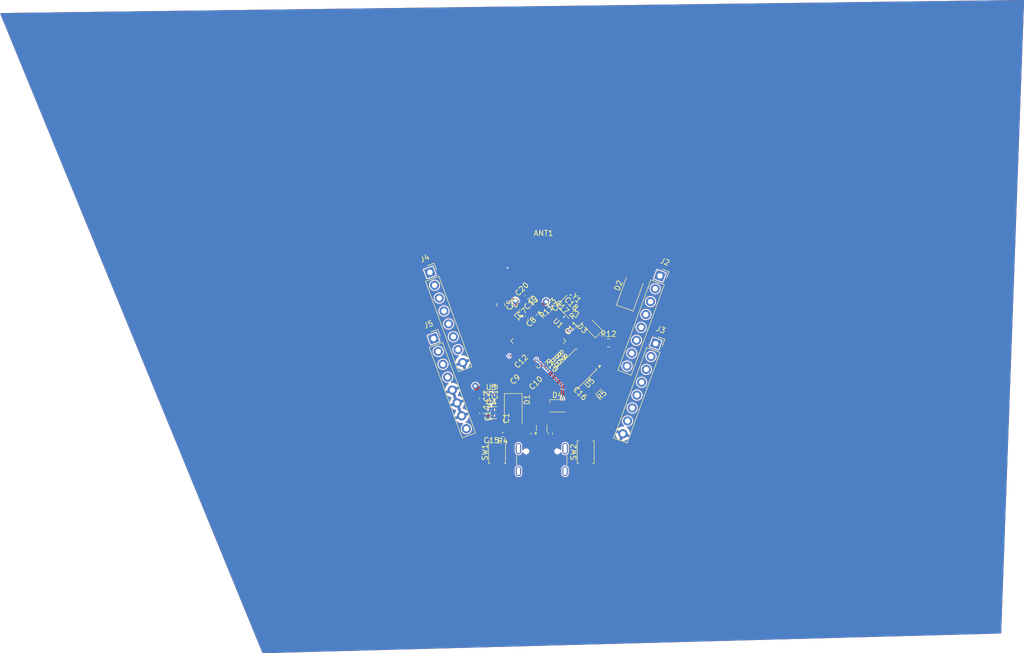
<source format=kicad_pcb>
(kicad_pcb (version 20240108) (generator "pcbnew") (generator_version "8.0")
  (layers (0 "F.Cu" signal) (1 "In1.Cu" signal) (2 "In2.Cu" signal) (31 "B.Cu" signal) (34 "B.Paste" user) (35 "F.Paste" user) (36 "B.SilkS" user "B.Silkscreen") (37 "F.SilkS" user "F.Silkscreen") (38 "B.Mask" user) (39 "F.Mask" user) (44 "Edge.Cuts" user))
  (net 0 "")
  (net 1 "Net-(ANT1-Pad1)")
  (net 2 "GND")
  (net 3 "/VIN")
  (net 4 "+3.3V")
  (net 5 "/VDD3P3")
  (net 6 "/VDD_SPI")
  (net 7 "/E3.3V")
  (net 8 "/RESET")
  (net 9 "Net-(C17-Pad1)")
  (net 10 "/XTAL_N")
  (net 11 "/LNA_IN")
  (net 12 "VBUS")
  (net 13 "Net-(D2-A)")
  (net 14 "Net-(D3-A)")
  (net 16 "/21")
  (net 17 "/D_N")
  (net 19 "/D_P")
  (net 20 "Net-(J1-CC1)")
  (net 25 "Net-(J1-CC2)")
  (net 27 "/3")
  (net 28 "/8")
  (net 29 "/6")
  (net 30 "/2")
  (net 31 "/4")
  (net 32 "/7")
  (net 33 "/1")
  (net 34 "/5")
  (net 35 "/11")
  (net 36 "/13")
  (net 37 "/12")
  (net 38 "/14")
  (net 39 "/15")
  (net 40 "/10")
  (net 41 "/9")
  (net 42 "/38")
  (net 43 "/18")
  (net 44 "/16")
  (net 45 "/48")
  (net 46 "/17")
  (net 47 "/47")
  (net 48 "/RX")
  (net 49 "/TX")
  (net 50 "/SPICS0")
  (net 51 "/SPICLK")
  (net 52 "Net-(U1-SPICLK)")
  (net 53 "Net-(U1-SPIQ)")
  (net 54 "/SPIQ")
  (net 55 "Net-(U1-SPID)")
  (net 56 "/SPID")
  (net 57 "Net-(U1-SPIWP)")
  (net 58 "/SPIWP")
  (net 59 "Net-(U1-SPIHD)")
  (net 60 "/SPIHD")
  (net 61 "/XTAL_P")
  (net 62 "Net-(U1-U0TXD)")
  (net 63 "/BOOT")
  (net 68 "/D-")
  (net 75 "/D+")
  (footprint "Capacitor_SMD:C_0201_0603Metric" (layer "F.Cu") (at 147.106048 99.518952 -135)
    (property "Reference" "C9")
    (property "Value" "1uF")
  )
  (footprint "Connector_PinSocket_2.54mm:PinSocket_1x08_P2.54mm_Vertical" (layer "F.Cu") (at 127.162613 93.329084 20)
    (property "Reference" "J5")
    (property "Value" "Conn_01x08")
  )
  (footprint "Connector_PinSocket_2.54mm:PinSocket_1x08_P2.54mm_Vertical" (layer "F.Cu") (at 126.481344 81.065904 20)
    (property "Reference" "J4")
    (property "Value" "Conn_01x08")
  )
  (footprint "Capacitor_SMD:C_0201_0603Metric" (layer "F.Cu") (at 139.6 108.095 -90)
    (property "Reference" "C1")
    (property "Value" "1uF")
  )
  (footprint "Capacitor_SMD:C_0402_1005Metric" (layer "F.Cu") (at 144.414411 89.435589 -135)
    (property "Reference" "C8")
    (property "Value" "0.1uF")
  )
  (footprint "Resistor_SMD:R_0402_1005Metric" (layer "F.Cu") (at 148.825 110.95 90)
    (property "Reference" "R2")
    (property "Value" "5.1k")
  )
  (footprint "Diode_SMD:D_SMA" (layer "F.Cu") (at 141.925 107.025001 -90)
    (property "Reference" "D1")
    (property "Value" "SS34")
  )
  (footprint "Capacitor_SMD:C_0201_0603Metric" (layer "F.Cu") (at 139.575 103.255 90)
    (property "Reference" "C13")
    (property "Value" "1uF")
  )
  (footprint "Inductor_SMD:L_0201_0603Metric" (layer "F.Cu") (at 143.95 88.25 -45)
    (property "Reference" "L1")
    (property "Value" "2nH")
  )
  (footprint "Resistor_SMD:R_0402_1005Metric" (layer "F.Cu") (at 139.975 111.15 180)
    (property "Reference" "R4")
    (property "Value" "10k")
  )
  (footprint "Button_Switch_SMD:SW_Push_SPST_NO_Alps_SKRK" (layer "F.Cu") (at 155.35 114.375 90)
    (property "Reference" "SW2")
    (property "Value" "SW_Push")
  )
  (footprint "Package_TO_SOT_SMD:SOT-666" (layer "F.Cu") (at 147.2 110 90)
    (property "Reference" "U2")
    (property "Value" "USBLC6-2P6")
  )
  (footprint "Capacitor_SMD:C_0402_1005Metric" (layer "F.Cu") (at 136.025 104.425 -90)
    (property "Reference" "C2")
    (property "Value" "2.2uF")
  )
  (footprint "Connector_PinSocket_2.54mm:PinSocket_1x08_P2.54mm_Vertical" (layer "F.Cu") (at 169.093656 81.715904 -20)
    (property "Reference" "J2")
    (property "Value" "Conn_01x08")
  )
  (footprint "Diode_SMD:D_SMA" (layer "F.Cu") (at 163.784041 84.370614 70)
    (property "Reference" "D2")
    (property "Value" "SS34")
  )
  (footprint "Capacitor_SMD:C_0201_0603Metric" (layer "F.Cu") (at 151.018952 91.256048 45)
    (property "Reference" "C11")
    (property "Value" "0.1uF")
  )
  (footprint "Capacitor_SMD:C_0805_2012Metric" (layer "F.Cu") (at 139.625 87.075 -90)
    (property "Reference" "C5")
    (property "Value" "10uF")
  )
  (footprint "Package_SON:WSON-6-1EP_2x2mm_P0.65mm_EP1x1.6mm_ThermalVias" (layer "F.Cu") (at 137.8625 104.3)
    (property "Reference" "U3")
    (property "Value" "TLV76733DRVx")
  )
  (footprint "Package_SO:SOIC-8_5.23x5.23mm_P1.27mm" (layer "F.Cu") (at 153.55 99.05 -135)
    (property "Reference" "U5")
    (property "Value" "W25Q128JVS")
  )
  (footprint "Capacitor_SMD:C_0201_0603Metric" (layer "F.Cu") (at 145.918952 87.481048 45)
    (property "Reference" "C19")
    (property "Value" "3pF")
  )
  (footprint "LED_SMD:LED_WS2812B-2020_PLCC4_2.0x2.0mm" (layer "F.Cu") (at 150.125 105.8)
    (property "Reference" "D4")
    (property "Value" "WS2812B")
  )
  (footprint "Capacitor_SMD:C_0402_1005Metric" (layer "F.Cu") (at 144.375 85.65 45)
    (property "Reference" "C20")
    (property "Value" "2.7pF")
  )
  (footprint "Crystal:Crystal_SMD_2520-4Pin_2.5x2.0mm" (layer "F.Cu") (at 152.088693 87.448744 -45)
    (property "Reference" "Y1")
    (property "Value" "Crystal_GND24_Small")
  )
  (footprint "Capacitor_SMD:C_0402_1005Metric" (layer "F.Cu") (at 142.775 87.775 -135)
    (property "Reference" "C7")
    (property "Value" "0.1uF")
  )
  (footprint "Button_Switch_SMD:SW_Push_SPST_NO_Alps_SKRK" (layer "F.Cu") (at 138.925 114.4 90)
    (property "Reference" "SW1")
    (property "Value" "SW_Push")
  )
  (footprint "Resistor_SMD:R_1210_3225Metric" (layer "F.Cu") (at 156.725 102.225 -135)
    (property "Reference" "R5")
    (property "Value" "100k")
  )
  (footprint "Capacitor_SMD:C_0201_0603Metric" (layer "F.Cu") (at 148.326274 88.573726 45)
    (property "Reference" "C4")
    (property "Value" "10nF")
  )
  (footprint "Package_DFN_QFN:QFN-56-1EP_7x7mm_P0.4mm_EP4x4mm" (layer "F.Cu") (at 146.559548 93.759548 -45)
    (property "Reference" "U1")
    (property "Value" "ESP32-S3")
  )
  (footprint "Resistor_SMD:R_01005_0402Metric" (layer "F.Cu") (at 149.475 97.925 -45)
    (property "Reference" "R6")
    (property "Value" "0")
  )
  (footprint "RF_Antenna:Texas_SWRA117D_2.4GHz_Right" (layer "F.Cu") (at 142.975 80.225)
    (property "Reference" "ANT1")
    (property "Value" "~")
  )
  (footprint "Capacitor_SMD:C_0402_1005Metric" (layer "F.Cu") (at 141.075 86.599999 -90)
    (property "Reference" "C6")
    (property "Value" "1uF")
  )
  (footprint "Resistor_SMD:R_01005_0402Metric" (layer "F.Cu") (at 149.9 97.5 -45)
    (property "Reference" "R7")
    (property "Value" "0")
  )
  (footprint "Resistor_SMD:R_0402_1005Metric" (layer "F.Cu") (at 145.575 110.975 -90)
    (property "Reference" "R1")
    (property "Value" "5.1k")
  )
  (footprint "Capacitor_SMD:C_0201_0603Metric" (layer "F.Cu") (at 150.25 88.25 -45)
    (property "Reference" "C17")
    (property "Value" "20pF")
  )
  (footprint "Capacitor_SMD:C_0201_0603Metric" (layer "F.Cu") (at 147.743952 88.006048 45)
    (property "Reference" "C3")
    (property "Value" "1uF")
  )
  (footprint "Package_SON:WSON-6-1EP_2x2mm_P0.65mm_EP1x1.6mm_ThermalVias" (layer "F.Cu") (at 137.8625 107.075)
    (property "Reference" "U4")
    (property "Value" "TLV76733DRVx")
  )
  (footprint "Capacitor_SMD:C_0201_0603Metric" (layer "F.Cu") (at 137.875 111.15 180)
    (property "Reference" "C15")
    (property "Value" "1uF")
  )
  (footprint "Capacitor_SMD:C_0201_0603Metric" (layer "F.Cu") (at 147.631048 100.043952 -135)
    (property "Reference" "C10")
    (property "Value" "0.1uF")
  )
  (footprint "Capacitor_SMD:C_0201_0603Metric" (layer "F.Cu") (at 153.575 104.25 -45)
    (property "Reference" "C16")
    (property "Value" "0.1uF")
  )
  (footprint "Resistor_SMD:R_01005_0402Metric" (layer "F.Cu") (at 148.219454 99.125 -45)
    (property "Reference" "R10")
    (property "Value" "0")
  )
  (footprint "Resistor_SMD:R_01005_0402Metric" (layer "F.Cu") (at 148.648223 98.698223 -45)
    (property "Reference" "R9")
    (property "Value" "0")
  )
  (footprint "Resistor_SMD:R_0201_0603Metric" (layer "F.Cu") (at 148.818952 89.081048 45)
    (property "Reference" "R11")
    (property "Value" "22")
  )
  (footprint "Connector_PinSocket_2.54mm:PinSocket_1x08_P2.54mm_Vertical" (layer "F.Cu") (at 168.318655 94.265904 -20)
    (property "Reference" "J3")
    (property "Value" "Conn_01x08")
  )
  (footprint "Inductor_SMD:L_0201_0603Metric" (layer "F.Cu") (at 144.856048 86.931048 -45)
    (property "Reference" "L2")
    (property "Value" "2.4nH")
  )
  (footprint "Capacitor_SMD:C_0201_0603Metric" (layer "F.Cu") (at 153.425 86.125 135)
    (property "Reference" "C18")
    (property "Value" "20pF")
  )
  (footprint "Resistor_SMD:R_0805_2012Metric" (layer "F.Cu") (at 154.15 89.9 45)
    (property "Reference" "R3")
    (property "Value" "220")
  )
  (footprint "Resistor_SMD:R_01005_0402Metric" (layer "F.Cu") (at 150.325 97.075 -45)
    (property "Reference" "R8")
    (property "Value" "0")
  )
  (footprint "Capacitor_SMD:C_0402_1005Metric" (layer "F.Cu") (at 136.05 107.2 -90)
    (property "Reference" "C14")
    (property "Value" "2.2uF")
  )
  (footprint "Resistor_SMD:R_0805_2012Metric" (layer "F.Cu") (at 159.575 94.125)
    (property "Reference" "R12")
    (property "Value" "499")
  )
  (footprint "Capacitor_SMD:C_0201_0603Metric" (layer "F.Cu") (at 142.65 96.825 -135)
    (property "Reference" "C12")
    (property "Value" "0.1uF")
  )
  (footprint "Connector_USB:USB_C_Receptacle_GCT_USB4105-xx-A_16P_TopMnt_Horizontal" (layer "F.Cu") (at 147.21 116.83)
    (property "Reference" "J1")
    (property "Value" "USB_C_Receptacle_USB2.0_16P")
  )
  (footprint "LED_SMD:LED_0805_2012Metric" (layer "F.Cu") (at 156.625 91.325 135)
    (property "Reference" "D3")
    (property "Value" "LED")
  )
  (segment (start 151.325 89.325) (end 150.476274 88.476274) (width 0.2) (layer "F.Cu") (net 2))
  (segment (start 153.198726 85.898726) (end 152.55 85.25) (width 0.2) (layer "F.Cu") (net 2))
  (segment (start 151.964949 86.335051) (end 152.762401 86.335051) (width 0.2) (layer "F.Cu") (net 2))
  (segment (start 137.230392 107.725) (end 137.8625 107.092892) (width 0.4064) (layer "F.Cu") (net 2))
  (segment (start 149 110.48) (end 148.793 110.273) (width 0.254) (layer "F.Cu") (net 2))
  (segment (start 148.793 110.273) (end 147.420872 110.273) (width 0.254) (layer "F.Cu") (net 2))
  (segment (start 152.212437 88.562437) (end 150.562437 88.562437) (width 0.2) (layer "F.Cu") (net 2))
  (segment (start 137.8625 107.092892) (end 137.8625 107.075) (width 0.4064) (layer "F.Cu") (net 2))
  (segment (start 145.4 110.505) (end 145.632 110.273) (width 0.254) (layer "F.Cu") (net 2))
  (segment (start 147.2 110.525) (end 147.2 110.925) (width 0.254) (layer "F.Cu") (net 2))
  (segment (start 144.075 89.75) (end 143.575 89.25) (width 0.2) (layer "F.Cu") (net 2))
  (segment (start 147.420872 110.273) (end 147.2 110.493872) (width 0.254) (layer "F.Cu") (net 2))
  (segment (start 138.75 104.3) (end 137.8625 104.3) (width 0.4064) (layer "F.Cu") (net 2))
  (segment (start 146.948 110.273) (end 147.2 110.525) (width 0.254) (layer "F.Cu") (net 2))
  (segment (start 136.975 107.725) (end 137.230392 107.725) (width 0.4064) (layer "F.Cu") (net 2))
  (segment (start 150.562437 88.562437) (end 150.476274 88.476274) (width 0.2) (layer "F.Cu") (net 2))
  (segment (start 136.975 104.95) (end 137.230392 104.95) (width 0.4064) (layer "F.Cu") (net 2))
  (segment (start 138.75 107.075) (end 137.8625 107.075) (width 0.4064) (layer "F.Cu") (net 2))
  (segment (start 147.2 110.493872) (end 147.2 110.925) (width 0.254) (layer "F.Cu") (net 2))
  (segment (start 137.230392 104.95) (end 137.8625 104.317892) (width 0.4064) (layer "F.Cu") (net 2))
  (segment (start 145.632 110.273) (end 146.948 110.273) (width 0.254) (layer "F.Cu") (net 2))
  (segment (start 152.762401 86.335051) (end 153.198726 85.898726) (width 0.2) (layer "F.Cu") (net 2))
  (segment (start 137.8625 104.317892) (end 137.8625 104.3) (width 0.4064) (layer "F.Cu") (net 2))
  (via (at 151.325 89.325) (size 0.6) (drill 0.3) (layers "F.Cu" "B.Cu") (net 2))
  (via (at 152.55 85.25) (size 0.6) (drill 0.3) (layers "F.Cu" "B.Cu") (net 2))
  (via (at 143.575 89.25) (size 0.6) (drill 0.3) (layers "F.Cu" "B.Cu") (net 2))
  (segment (start 141.23832 96.48668) (end 142.764228 96.48668) (width 0.2) (layer "F.Cu") (net 4))
  (segment (start 143.638907 87.960085) (end 143.660085 87.960085) (width 0.6) (layer "F.Cu") (net 4))
  (segment (start 149.989016 92.309979) (end 150.792678 91.506317) (width 0.2) (layer "F.Cu") (net 4))
  (segment (start 152.2 91.85) (end 153.504765 90.545235) (width 0.2) (layer "F.Cu") (net 4))
  (segment (start 141.069998 86.125001) (end 141.075 86.119999) (width 0.6) (layer "F.Cu") (net 4))
  (segment (start 147.810584 89.089651) (end 147.175117 89.725118) (width 0.635) (layer "F.Cu") (net 4))
  (segment (start 136.025 103.945) (end 136.84 103.945) (width 0.635) (layer "F.Cu") (net 4))
  (segment (start 136.84 103.945) (end 136.845 103.95) (width 0.635) (layer "F.Cu") (net 4))
  (segment (start 142.876274 96.598726) (end 142.876274 96.594294) (width 0.2) (layer "F.Cu") (net 4))
  (segment (start 147.810584 89.074716) (end 147.810584 89.089651) (width 0.635) (layer "F.Cu") (net 4))
  (segment (start 142.325 86.325) (end 142.325 86.646178) (width 0.635) (layer "F.Cu") (net 4))
  (segment (start 142.764228 96.48668) (end 142.876274 96.598726) (width 0.2) (layer "F.Cu") (net 4))
  (segment (start 150.792678 91.482322) (end 151.160356 91.85) (width 0.2) (layer "F.Cu") (net 4))
  (segment (start 150.792678 91.506317) (end 150.792678 91.482322) (width 0.2) (layer "F.Cu") (net 4))
  (segment (start 139.625 86.125001) (end 141.069998 86.125001) (width 0.6) (layer "F.Cu") (net 4))
  (segment (start 142.325 86.325) (end 142.119999 86.119999) (width 0.635) (layer "F.Cu") (net 4))
  (segment (start 147.188132 87.286868) (end 147.188132 88.054806) (width 0.635) (layer "F.Cu") (net 4))
  (segment (start 147.933326 88.951974) (end 147.810584 89.074716) (width 0.635) (layer "F.Cu") (net 4))
  (segment (start 136.975 103.65) (end 136.975 104.3) (width 0.3556) (layer "F.Cu") (net 4))
  (segment (start 142.325 86.646178) (end 143.114411 87.435589) (width 0.635) (layer "F.Cu") (net 4))
  (segment (start 142.119999 86.119999) (end 141.075 86.119999) (width 0.635) (layer "F.Cu") (net 4))
  (segment (start 147.188132 88.054806) (end 147.933326 88.8) (width 0.635) (layer "F.Cu") (net 4))
  (segment (start 151.160356 91.85) (end 152.2 91.85) (width 0.2) (layer "F.Cu") (net 4))
  (segment (start 147.933326 88.8) (end 147.933326 88.951974) (width 0.635) (layer "F.Cu") (net 4))
  (segment (start 148 86.475) (end 147.188132 87.286868) (width 0.635) (layer "F.Cu") (net 4))
  (segment (start 142.876274 96.594294) (end 143.695766 95.774802) (width 0.2) (layer "F.Cu") (net 4))
  (segment (start 147.517678 88.232322) (end 147.532322 88.232322) (width 0.254) (layer "F.Cu") (net 4))
  (segment (start 141.175 96.55) (end 141.23832 96.48668) (width 0.2) (layer "F.Cu") (net 4))
  (segment (start 143.114411 87.435589) (end 143.638907 87.960085) (width 0.6) (layer "F.Cu") (net 4))
  (via (at 134.9 102.125) (size 1.2) (drill 0.6) (layers "F.Cu" "B.Cu") (net 4))
  (via (at 148 86.475) (size 1.2) (drill 0.6) (layers "F.Cu" "B.Cu") (net 4))
  (via (at 142.325 86.325) (size 1.2) (drill 0.6) (layers "F.Cu" "B.Cu") (net 4))
  (via (at 141.175 96.55) (size 0.6) (drill 0.3) (layers "F.Cu" "B.Cu") (net 4))
  (via (at 152.2 91.85) (size 0.6) (drill 0.3) (layers "F.Cu" "B.Cu") (net 4))
  (segment (start 144.239915 88.582271) (end 144.239915 88.539915) (width 0.6) (layer "F.Cu") (net 5))
  (segment (start 144.753822 89.096178) (end 144.753822 89.125395) (width 0.6) (layer "F.Cu") (net 5))
  (segment (start 144.753822 89.125395) (end 145.714214 90.085787) (width 0.6) (layer "F.Cu") (net 5))
  (segment (start 144.753822 89.096178) (end 144.239915 88.582271) (width 0.6) (layer "F.Cu") (net 5))
  (segment (start 147.332322 99.292678) (end 147.123536 99.083892) (width 0.3048) (layer "F.Cu") (net 6))
  (segment (start 147.332322 99.292678) (end 147.857322 99.817678) (width 0.3048) (layer "F.Cu") (net 6))
  (segment (start 147.123536 99.083892) (end 147.123536 98.074596) (width 0.3048) (layer "F.Cu") (net 6))
  (segment (start 136.05 106.72) (end 136.84 106.72) (width 0.635) (layer "F.Cu") (net 7))
  (segment (start 136.975 106.425) (end 136.975 107.075) (width 0.3556) (layer "F.Cu") (net 7))
  (segment (start 136.84 106.72) (end 136.845 106.725) (width 0.635) (layer "F.Cu") (net 7))
  (segment (start 149.873726 88.173726) (end 150.722452 87.325) (width 0.2) (layer "F.Cu") (net 9))
  (segment (start 149.045226 88.854774) (end 149.192678 88.854774) (width 0.2) (layer "F.Cu") (net 9))
  (segment (start 150.722452 87.325) (end 150.975 87.325) (width 0.2) (layer "F.Cu") (net 9))
  (segment (start 149.192678 88.854774) (end 149.873726 88.173726) (width 0.2) (layer "F.Cu") (net 9))
  (segment (start 153.202386 87.572488) (end 153.202386 86.800162) (width 0.2) (layer "F.Cu") (net 10))
  (segment (start 153.608973 88.441027) (end 152.070899 89.979101) (width 0.2) (layer "F.Cu") (net 10))
  (segment (start 148.360096 89.979101) (end 148.009117 90.33008) (width 0.2) (layer "F.Cu") (net 10))
  (segment (start 152.070899 89.979101) (end 148.360096 89.979101) (width 0.2) (layer "F.Cu") (net 10))
  (segment (start 153.608973 87.979075) (end 153.608973 88.441027) (width 0.2) (layer "F.Cu") (net 10))
  (segment (start 153.202386 86.800162) (end 153.651274 86.351274) (width 0.2) (layer "F.Cu") (net 10))
  (segment (start 153.202386 87.572488) (end 153.608973 87.979075) (width 0.2) (layer "F.Cu") (net 10))
  (segment (start 148.826222 114.506) (end 145.670408 114.506) (width 0.254) (layer "F.Cu") (net 12))
  (segment (start 145.670408 114.506) (end 144.81 113.645592) (width 0.254) (layer "F.Cu") (net 12))
  (segment (start 142.649999 109.75) (end 141.925 109.025001) (width 0.254) (layer "F.Cu") (net 12))
  (segment (start 147.2 109.55) (end 147 109.75) (width 0.254) (layer "F.Cu") (net 12))
  (segment (start 147.2 109.075) (end 147.2 109.55) (width 0.254) (layer "F.Cu") (net 12))
  (segment (start 144.81 113.15) (end 144.81 111.910002) (width 0.5588) (layer "F.Cu") (net 12))
  (segment (start 147 109.75) (end 142.649999 109.75) (width 0.254) (layer "F.Cu") (net 12))
  (segment (start 149.61 113.722222) (end 148.826222 114.506) (width 0.254) (layer "F.Cu") (net 12))
  (segment (start 144.81 113.645592) (end 144.81 113.15) (width 0.254) (layer "F.Cu") (net 12))
  (segment (start 142.200001 109.025001) (end 141.925 109.025001) (width 0.5588) (layer "F.Cu") (net 12))
  (segment (start 149.61 113.15) (end 149.61 113.722222) (width 0.254) (layer "F.Cu") (net 12))
  (segment (start 144.81 111.910002) (end 141.925 109.025002) (width 0.5588) (layer "F.Cu") (net 12))
  (segment (start 142.300001 109.025001) (end 141.925 109.025001) (width 0.5588) (layer "F.Cu") (net 12))
  (segment (start 154.795235 89.254765) (end 154.795235 89.495235) (width 0.3556) (layer "F.Cu") (net 14))
  (segment (start 154.795235 89.495235) (end 155.962087 90.662087) (width 0.3556) (layer "F.Cu") (net 14))
  (segment (start 145.675665 97.754701) (end 146.223363 97.207003) (width 0.2) (layer "F.Cu") (net 16))
  (segment (start 151.05 104.4) (end 151.05 105.24) (width 0.2) (layer "F.Cu") (net 16))
  (segment (start 146.223363 97.207003) (end 146.227836 97.207003) (width 0.2) (layer "F.Cu") (net 16))
  (segment (start 151.05 105.24) (end 151.04 105.25) (width 0.2) (layer "F.Cu") (net 16))
  (via (at 146.227836 97.207003) (size 0.6) (drill 0.3) (layers "F.Cu" "B.Cu") (net 16))
  (via (at 151.05 104.4) (size 0.6) (drill 0.3) (layers "F.Cu" "B.Cu") (net 16))
  (segment (start 151.05 102.029167) (end 151.05 104.4) (width 0.2) (layer "B.Cu") (net 16))
  (segment (start 146.227836 97.207003) (end 151.05 102.029167) (width 0.2) (layer "B.Cu") (net 16))
  (segment (start 146.46 113.15) (end 146.46 113.795592) (width 0.254) (layer "F.Cu") (net 17))
  (segment (start 147.46 113.815) (end 147.46 113.15) (width 0.254) (layer "F.Cu") (net 17))
  (segment (start 146.46 113.15) (end 146.46 111.0525) (width 0.254) (layer "F.Cu") (net 17))
  (segment (start 147.223 114.052) (end 147.46 113.815) (width 0.254) (layer "F.Cu") (net 17))
  (segment (start 146.716408 114.052) (end 147.223 114.052) (width 0.254) (layer "F.Cu") (net 17))
  (segment (start 146.46 113.795592) (end 146.716408 114.052) (width 0.254) (layer "F.Cu") (net 17))
  (segment (start 146.46 111.0525) (end 146.6625 110.85) (width 0.254) (layer "F.Cu") (net 17))
  (segment (start 146.96 113.15) (end 146.96 112.504408) (width 0.254) (layer "F.Cu") (net 19))
  (segment (start 146.96 112.504408) (end 147.239408 112.225) (width 0.254) (layer "F.Cu") (net 19))
  (segment (start 147.96 111.0725) (end 147.7375 110.85) (width 0.254) (layer "F.Cu") (net 19))
  (segment (start 147.96 113.15) (end 147.96 112.225) (width 0.254) (layer "F.Cu") (net 19))
  (segment (start 147.239408 112.225) (end 147.96 112.225) (width 0.254) (layer "F.Cu") (net 19))
  (segment (start 147.96 112.225) (end 147.96 111.0725) (width 0.254) (layer "F.Cu") (net 19))
  (segment (start 145.96 112.085) (end 145.96 113.15) (width 0.254) (layer "F.Cu") (net 20))
  (segment (start 145.4 111.525) (end 145.96 112.085) (width 0.254) (layer "F.Cu") (net 20))
  (segment (start 149 111.5) (end 148.96 111.54) (width 0.254) (layer "F.Cu") (net 25))
  (segment (start 148.96 111.54) (end 148.96 113.15) (width 0.254) (layer "F.Cu") (net 25))
  (segment (start 149.298223 97.748223) (end 149.13401 97.748223) (width 0.2) (layer "F.Cu") (net 52))
  (segment (start 149.13401 97.748223) (end 148.29196 96.906173) (width 0.2) (layer "F.Cu") (net 52))
  (segment (start 149.575 97.175) (end 149.126472 97.175) (width 0.2) (layer "F.Cu") (net 53))
  (segment (start 149.126472 97.175) (end 148.574802 96.62333) (width 0.2) (layer "F.Cu") (net 53))
  (segment (start 149.723223 97.323223) (end 149.575 97.175) (width 0.2) (layer "F.Cu") (net 53))
  (segment (start 150.148223 96.898223) (end 149.941467 96.691467) (width 0.2) (layer "F.Cu") (net 55))
  (segment (start 149.941467 96.691467) (end 149.208624 96.691467) (width 0.2) (layer "F.Cu") (net 55))
  (segment (start 149.208624 96.691467) (end 148.857645 96.340488) (width 0.2) (layer "F.Cu") (net 55))
  (segment (start 147.726274 97.471859) (end 148.194411 97.939996) (width 0.2) (layer "F.Cu") (net 57))
  (segment (start 148.194411 98.244411) (end 148.471446 98.521446) (width 0.2) (layer "F.Cu") (net 57))
  (segment (start 148.194411 97.939996) (end 148.194411 98.244411) (width 0.2) (layer "F.Cu") (net 57))
  (segment (start 147.443431 97.754701) (end 147.794411 98.105681) (width 0.2) (layer "F.Cu") (net 59))
  (segment (start 147.794411 98.699957) (end 148.042677 98.948223) (width 0.2) (layer "F.Cu") (net 59))
  (segment (start 147.794411 98.105681) (end 147.794411 98.699957) (width 0.2) (layer "F.Cu") (net 59))
  (segment (start 147.726274 90.047237) (end 148.466189 89.307322) (width 0.2) (layer "F.Cu") (net 61))
  (segment (start 148.466189 89.307322) (end 148.592678 89.307322) (width 0.2) (layer "F.Cu") (net 61))
  (segment (start 143.925 99.4182) (end 143.925 98.373995) (width 0.2) (layer "F.Cu") (net 68))
  (segment (start 146.975 108.44259) (end 146.975 102.4682) (width 0.2) (layer "F.Cu") (net 68))
  (segment (start 143.925 98.373995) (end 145.109979 97.189016) (width 0.2) (layer "F.Cu") (net 68))
  (segment (start 146.6625 109.15) (end 146.6625 108.774999) (width 0.2) (layer "F.Cu") (net 68))
  (segment (start 146.75 108.66759) (end 146.975 108.44259) (width 0.2) (layer "F.Cu") (net 68))
  (segment (start 146.6625 108.774999) (end 146.75 108.687499) (width 0.2) (layer "F.Cu") (net 68))
  (segment (start 146.75 108.687499) (end 146.75 108.66759) (width 0.2) (layer "F.Cu") (net 68))
  (segment (start 146.975 102.4682) (end 143.925 99.4182) (width 0.2) (layer "F.Cu") (net 68))
  (segment (start 146.151468 101.008269) (end 146.357628 101.214428) (width 0.2) (layer "F.Cu") (net 75))
  (segment (start 146.357628 101.214428) (end 146.8966 101.7534) (width 0.2) (layer "F.Cu") (net 75))
  (segment (start 144.375 99.2318) (end 145.5091 100.3659) (width 0.2) (layer "F.Cu") (net 75))
  (segment (start 147.425 102.2818) (end 147.425 108.44259) (width 0.2) (layer "F.Cu") (net 75))
  (segment (start 144.375 98.489681) (end 144.375 99.2318) (width 0.2) (layer "F.Cu") (net 75))
  (segment (start 147.65 108.66759) (end 147.65 108.687499) (width 0.2) (layer "F.Cu") (net 75))
  (segment (start 145.945308 100.3659) (end 146.151467 100.572059) (width 0.2) (layer "F.Cu") (net 75))
  (segment (start 145.392822 97.471859) (end 144.375 98.489681) (width 0.2) (layer "F.Cu") (net 75))
  (segment (start 147.7375 108.774999) (end 147.7375 109.15) (width 0.2) (layer "F.Cu") (net 75))
  (segment (start 146.8966 101.7534) (end 147.425 102.2818) (width 0.2) (layer "F.Cu") (net 75))
  (segment (start 147.425 108.44259) (end 147.65 108.66759) (width 0.2) (layer "F.Cu") (net 75))
  (segment (start 147.65 108.687499) (end 147.7375 108.774999) (width 0.2) (layer "F.Cu") (net 75))
  (arc (start 146.151467 100.572059) (mid 146.196638 100.681112) (end 146.151468 100.790165) (width 0.2) (layer "F.Cu") (net 75))
  (arc (start 145.5091 100.3659) (mid 145.618153 100.411072) (end 145.727204 100.3659) (width 0.2) (layer "F.Cu") (net 75))
  (arc (start 146.151468 100.790165) (mid 146.106296 100.899216) (end 146.151468 101.008269) (width 0.2) (layer "F.Cu") (net 75))
  (arc (start 145.727204 100.3659) (mid 145.836257 100.32073) (end 145.945308 100.3659) (width 0.2) (layer "F.Cu") (net 75))
  (zone (net 0) (net_name "") (layer "F.Cu") (connect_pads (clearance 0)) (min_thickness 0.25)
    (keepout (tracks allowed) (vias allowed) (pads allowed) (copperpour not_allowed) (footprints allowed))
    (fill (thermal_gap 0.5) (thermal_bridge_width 0.5))
    (polygon (pts (xy 149.775 87.3) (xy 152.45 84.625) (xy 154.9 87.075) (xy 151.7 90.2) (xy 149.325 87.725)))
  )
  (zone (net 3) (net_name "/VIN") (layer "F.Cu") (priority 2) (connect_pads yes (clearance 0.127)) (min_thickness 0.25) (fill yes (thermal_gap 0.5) (thermal_bridge_width 0.5))
    (polygon (pts (xy 142.325 103.75) (xy 139.85 103.35) (xy 138.4 103.35) (xy 138.4 108.025) (xy 139.925 107.975) (xy 142.8 106.125)))
  )
  (zone (net 4) (net_name "+3.3V") (layer "F.Cu") (priority 3) (connect_pads yes (clearance 0.05)) (min_thickness 0.25) (fill yes (thermal_gap 0.5) (thermal_bridge_width 0.5))
    (polygon (pts (xy 134.8 101.525) (xy 135.425 101.875) (xy 136.4 103.175) (xy 137 103.575) (xy 136 104.275) (xy 135.775 104.2) (xy 134.5 102.575) (xy 134.3 102.1)))
  )
  (zone (net 0) (net_name "") (layers "F.Cu" "In1.Cu" "In2.Cu") (connect_pads (clearance 0)) (min_thickness 0.25)
    (keepout (tracks allowed) (vias allowed) (pads allowed) (copperpour not_allowed) (footprints allowed))
    (fill (thermal_gap 0.5) (thermal_bridge_width 0.5))
    (polygon (pts (xy 144.082069 90.430873) (xy 143.382069 89.730873) (xy 143.232069 89.580873) (xy 143.132069 89.180873) (xy 143.532069 88.805873) (xy 143.882069 88.905873) (xy 144.757069 89.780873)))
  )
  (zone (net 2) (net_name "GND") (layers "F.Cu" "In1.Cu" "In2.Cu" "B.Cu") (connect_pads thru_hole_only (clearance 0.1)) (min_thickness 0.25) (fill yes (thermal_gap 0.5) (thermal_bridge_width 0.5))
    (polygon (pts (xy 46.825 33.025) (xy 236.575 30.6) (xy 232.325 147.975) (xy 95.475 151.625)))
  )
)
</source>
